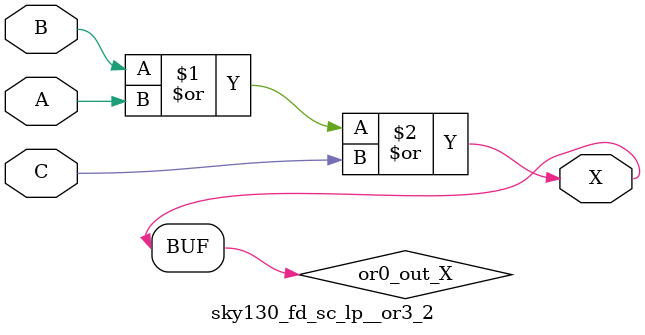
<source format=v>
/*
 * Copyright 2020 The SkyWater PDK Authors
 *
 * Licensed under the Apache License, Version 2.0 (the "License");
 * you may not use this file except in compliance with the License.
 * You may obtain a copy of the License at
 *
 *     https://www.apache.org/licenses/LICENSE-2.0
 *
 * Unless required by applicable law or agreed to in writing, software
 * distributed under the License is distributed on an "AS IS" BASIS,
 * WITHOUT WARRANTIES OR CONDITIONS OF ANY KIND, either express or implied.
 * See the License for the specific language governing permissions and
 * limitations under the License.
 *
 * SPDX-License-Identifier: Apache-2.0
*/


`ifndef SKY130_FD_SC_LP__OR3_2_FUNCTIONAL_V
`define SKY130_FD_SC_LP__OR3_2_FUNCTIONAL_V

/**
 * or3: 3-input OR.
 *
 * Verilog simulation functional model.
 */

`timescale 1ns / 1ps
`default_nettype none

`celldefine
module sky130_fd_sc_lp__or3_2 (
    X,
    A,
    B,
    C
);

    // Module ports
    output X;
    input  A;
    input  B;
    input  C;

    // Local signals
    wire or0_out_X;

    //  Name  Output     Other arguments
    or  or0  (or0_out_X, B, A, C        );
    buf buf0 (X        , or0_out_X      );

endmodule
`endcelldefine

`default_nettype wire
`endif  // SKY130_FD_SC_LP__OR3_2_FUNCTIONAL_V

</source>
